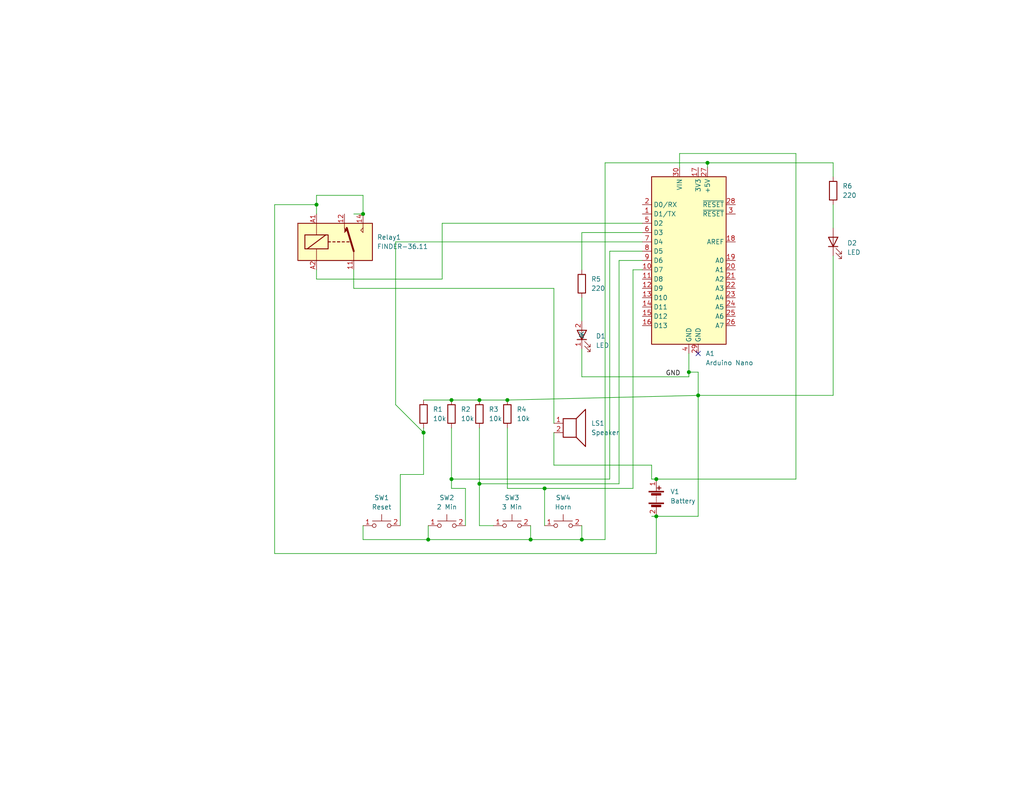
<source format=kicad_sch>
(kicad_sch (version 20230121) (generator eeschema)
  (paper "USLetter")
  (title_block (title "Sailing Start Sequence Timer Schematic") (rev "4") (company "Brian Zagalsky"))
  (lib_symbols
    (symbol "Device:Battery" (pin_names (offset 0) hide)
      (property "Reference" "BT" (at 2.54 2.54 0))
      (property "Value" "Battery" (at 2.54 0 0))
      (symbol "Battery_0_1"
        (rectangle (start -2.032 -1.397) (end 2.032 -1.651) (fill (type outline)))
        (rectangle (start -2.032 1.778) (end 2.032 1.524) (fill (type outline)))
        (rectangle (start -1.3208 -1.9812) (end 1.27 -2.4892) (fill (type outline)))
        (rectangle (start -1.3208 1.1938) (end 1.27 0.6858) (fill (type outline)))
        (polyline (pts (xy 0 -1.524) (xy 0 -1.27)))
        (polyline (pts (xy 0 -1.016) (xy 0 -0.762)))
        (polyline (pts (xy 0 -0.508) (xy 0 -0.254)))
        (polyline (pts (xy 0 0) (xy 0 0.254)))
        (polyline (pts (xy 0 0.508) (xy 0 0.762)))
        (polyline (pts (xy 0 1.778) (xy 0 2.54)))
        (polyline (pts (xy 0.254 2.667) (xy 1.27 2.667)) (stroke (width 0.254)))
        (polyline (pts (xy 0.762 3.175) (xy 0.762 2.159)) (stroke (width 0.254)))
      )
      (symbol "Battery_1_1"
        (pin passive line (at 0 5.08 270) (length 2.54) (name "+") (number "1"))
        (pin passive line (at 0 -5.08 90) (length 2.54) (name "-") (number "2"))
      )
    )
    (symbol "Device:LED" (pin_numbers hide) (pin_names (offset 1.016) hide)
      (property "Reference" "D" (at 0 2.54 0))
      (property "Value" "LED" (at 0 -2.54 0))
      (symbol "LED_0_1"
        (polyline (pts (xy -1.27 -1.27) (xy -1.27 1.27)) (stroke (width 0.254)))
        (polyline (pts (xy -1.27 0) (xy 1.27 0)))
        (polyline (pts (xy 1.27 -1.27) (xy 1.27 1.27) (xy -1.27 0) (xy 1.27 -1.27)) (stroke (width 0.254)))
        (polyline (pts (xy -3.048 -0.762) (xy -4.572 -2.286) (xy -3.81 -2.286) (xy -4.572 -2.286) (xy -4.572 -1.524)))
        (polyline (pts (xy -1.778 -0.762) (xy -3.302 -2.286) (xy -2.54 -2.286) (xy -3.302 -2.286) (xy -3.302 -1.524)))
      )
      (symbol "LED_1_1"
        (pin passive line (at -3.81 0 0) (length 2.54) (name "K") (number "1"))
        (pin passive line (at 3.81 0 180) (length 2.54) (name "A") (number "2"))
      )
    )
    (symbol "Device:R" (pin_numbers hide) (pin_names (offset 0))
      (property "Reference" "R" (at 2.032 0 90))
      (property "Value" "R" (at 0 0 90))
      (symbol "R_0_1"
        (rectangle (start -1.016 -2.54) (end 1.016 2.54) (stroke (width 0.254)))
      )
      (symbol "R_1_1"
        (pin passive line (at 0 3.81 270) (length 1.27) (name "~") (number "1"))
        (pin passive line (at 0 -3.81 90) (length 1.27) (name "~") (number "2"))
      )
    )
    (symbol "Device:Speaker" (pin_names (offset 0) hide)
      (property "Reference" "LS" (at 1.27 5.715 0))
      (property "Value" "Speaker" (at 1.27 3.81 0))
      (symbol "Speaker_0_0"
        (rectangle (start -2.54 1.27) (end 1.016 -3.81) (stroke (width 0.254)))
        (polyline (pts (xy 1.016 1.27) (xy 3.556 3.81) (xy 3.556 -6.35) (xy 1.016 -3.81)) (stroke (width 0.254)))
      )
      (symbol "Speaker_1_1"
        (pin input line (at -5.08 0 0) (length 2.54) (name "1") (number "1"))
        (pin input line (at -5.08 -2.54 0) (length 2.54) (name "2") (number "2"))
      )
    )
    (symbol "LED_1" (pin_names (offset 1.016))
      (property "Reference" "D" (at 0 2.54 0))
      (property "Value" "LED_1" (at 0 -2.54 0))
      (symbol "LED_1_0_1"
        (polyline (pts (xy -1.27 -1.27) (xy -1.27 1.27)) (stroke (width 0.254)))
        (polyline (pts (xy -1.27 0) (xy 1.27 0)))
        (polyline (pts (xy 1.27 -1.27) (xy 1.27 1.27) (xy -1.27 0) (xy 1.27 -1.27)) (stroke (width 0.254)))
        (polyline (pts (xy -3.048 -0.762) (xy -4.572 -2.286) (xy -3.81 -2.286) (xy -4.572 -2.286) (xy -4.572 -1.524)))
        (polyline (pts (xy -1.778 -0.762) (xy -3.302 -2.286) (xy -2.54 -2.286) (xy -3.302 -2.286) (xy -3.302 -1.524)))
      )
      (symbol "LED_1_1_1"
        (pin passive line (at -3.81 0 0) (length 2.54) (name "K") (number "1"))
        (pin passive line (at 3.81 0 180) (length 2.54) (name "A") (number "2"))
      )
    )
    (symbol "MCU_Module:Arduino_Nano_v3.x"
      (property "Reference" "A" (at -10.16 23.495 0))
      (property "Value" "Arduino_Nano_v3.x" (at 5.08 -24.13 0))
      (symbol "Arduino_Nano_v3.x_0_1"
        (rectangle (start -10.16 22.86) (end 10.16 -22.86) (stroke (width 0.254)) (fill (type background)))
      )
      (symbol "Arduino_Nano_v3.x_1_1"
        (pin bidirectional line (at -12.7 12.7 0) (length 2.54) (name "D1/TX") (number "1"))
        (pin bidirectional line (at -12.7 -2.54 0) (length 2.54) (name "D7") (number "10"))
        (pin bidirectional line (at -12.7 -5.08 0) (length 2.54) (name "D8") (number "11"))
        (pin bidirectional line (at -12.7 -7.62 0) (length 2.54) (name "D9") (number "12"))
        (pin bidirectional line (at -12.7 -10.16 0) (length 2.54) (name "D10") (number "13"))
        (pin bidirectional line (at -12.7 -12.7 0) (length 2.54) (name "D11") (number "14"))
        (pin bidirectional line (at -12.7 -15.24 0) (length 2.54) (name "D12") (number "15"))
        (pin bidirectional line (at -12.7 -17.78 0) (length 2.54) (name "D13") (number "16"))
        (pin power_out line (at 2.54 25.4 270) (length 2.54) (name "3V3") (number "17"))
        (pin input line (at 12.7 5.08 180) (length 2.54) (name "AREF") (number "18"))
        (pin bidirectional line (at 12.7 0 180) (length 2.54) (name "A0") (number "19"))
        (pin bidirectional line (at -12.7 15.24 0) (length 2.54) (name "D0/RX") (number "2"))
        (pin bidirectional line (at 12.7 -2.54 180) (length 2.54) (name "A1") (number "20"))
        (pin bidirectional line (at 12.7 -5.08 180) (length 2.54) (name "A2") (number "21"))
        (pin bidirectional line (at 12.7 -7.62 180) (length 2.54) (name "A3") (number "22"))
        (pin bidirectional line (at 12.7 -10.16 180) (length 2.54) (name "A4") (number "23"))
        (pin bidirectional line (at 12.7 -12.7 180) (length 2.54) (name "A5") (number "24"))
        (pin bidirectional line (at 12.7 -15.24 180) (length 2.54) (name "A6") (number "25"))
        (pin bidirectional line (at 12.7 -17.78 180) (length 2.54) (name "A7") (number "26"))
        (pin power_out line (at 5.08 25.4 270) (length 2.54) (name "+5V") (number "27"))
        (pin input line (at 12.7 15.24 180) (length 2.54) (name "~{RESET}") (number "28"))
        (pin power_in line (at 2.54 -25.4 90) (length 2.54) (name "GND") (number "29"))
        (pin input line (at 12.7 12.7 180) (length 2.54) (name "~{RESET}") (number "3"))
        (pin power_in line (at -2.54 25.4 270) (length 2.54) (name "VIN") (number "30"))
        (pin power_in line (at 0 -25.4 90) (length 2.54) (name "GND") (number "4"))
        (pin bidirectional line (at -12.7 10.16 0) (length 2.54) (name "D2") (number "5"))
        (pin bidirectional line (at -12.7 7.62 0) (length 2.54) (name "D3") (number "6"))
        (pin bidirectional line (at -12.7 5.08 0) (length 2.54) (name "D4") (number "7"))
        (pin bidirectional line (at -12.7 2.54 0) (length 2.54) (name "D5") (number "8"))
        (pin bidirectional line (at -12.7 0 0) (length 2.54) (name "D6") (number "9"))
      )
    )
    (symbol "Relay:FINDER-36.11"
      (property "Reference" "K" (at 11.43 3.81 0))
      (property "Value" "FINDER-36.11" (at 11.43 1.27 0))
      (symbol "FINDER-36.11_0_0"
        (polyline (pts (xy 2.54 3.81) (xy 2.54 5.08)))
        (polyline (pts (xy 7.62 3.81) (xy 7.62 5.08)))
        (polyline (pts (xy 7.62 3.81) (xy 7.62 2.54) (xy 6.985 3.175) (xy 7.62 3.81)))
      )
      (symbol "FINDER-36.11_0_1"
        (rectangle (start -10.16 5.08) (end 10.16 -5.08) (stroke (width 0.254)) (fill (type background)))
        (rectangle (start -8.255 1.905) (end -1.905 -1.905) (stroke (width 0.254)))
        (polyline (pts (xy -7.62 -1.905) (xy -2.54 1.905)) (stroke (width 0.254)))
        (polyline (pts (xy -5.08 -5.08) (xy -5.08 -1.905)))
        (polyline (pts (xy -5.08 5.08) (xy -5.08 1.905)))
        (polyline (pts (xy -1.905 0) (xy -1.27 0)) (stroke (width 0.254)))
        (polyline (pts (xy -0.635 0) (xy 0 0)) (stroke (width 0.254)))
        (polyline (pts (xy 0.635 0) (xy 1.27 0)) (stroke (width 0.254)))
        (polyline (pts (xy 0.635 0) (xy 1.27 0)) (stroke (width 0.254)))
        (polyline (pts (xy 1.905 0) (xy 2.54 0)) (stroke (width 0.254)))
        (polyline (pts (xy 3.175 0) (xy 3.81 0)) (stroke (width 0.254)))
        (polyline (pts (xy 5.08 -2.54) (xy 3.175 3.81)) (stroke (width 0.508)))
        (polyline (pts (xy 5.08 -2.54) (xy 5.08 -5.08)))
        (polyline (pts (xy 2.54 2.54) (xy 3.175 3.175) (xy 2.54 3.81)) (fill (type outline)))
      )
      (symbol "FINDER-36.11_1_1"
        (pin passive line (at 5.08 -7.62 90) (length 2.54) (name "~") (number "11"))
        (pin passive line (at 2.54 7.62 270) (length 2.54) (name "~") (number "12"))
        (pin passive line (at 7.62 7.62 270) (length 2.54) (name "~") (number "14"))
        (pin passive line (at -5.08 7.62 270) (length 2.54) (name "~") (number "A1"))
        (pin passive line (at -5.08 -7.62 90) (length 2.54) (name "~") (number "A2"))
      )
    )
    (symbol "SW_Push_1" (pin_names (offset 1.016) hide)
      (property "Reference" "SW" (at 1.27 2.54 0))
      (property "Value" "SW_Push_1" (at 0 -1.524 0))
      (symbol "SW_Push_1_0_1"
        (circle (center -2.032 0) (radius 0.508))
        (polyline (pts (xy 0 1.27) (xy 0 3.048)))
        (polyline (pts (xy 2.54 1.27) (xy -2.54 1.27)))
        (circle (center 2.032 0) (radius 0.508))
        (pin passive line (at -5.08 0 0) (length 2.54) (name "1") (number "1"))
        (pin passive line (at 5.08 0 180) (length 2.54) (name "2") (number "2"))
      )
    )
    (symbol "SW_Push_2" (pin_names (offset 1.016) hide)
      (property "Reference" "SW" (at 1.27 2.54 0))
      (property "Value" "SW_Push_2" (at 0 -1.524 0))
      (symbol "SW_Push_2_0_1"
        (circle (center -2.032 0) (radius 0.508))
        (polyline (pts (xy 0 1.27) (xy 0 3.048)))
        (polyline (pts (xy 2.54 1.27) (xy -2.54 1.27)))
        (circle (center 2.032 0) (radius 0.508))
        (pin passive line (at -5.08 0 0) (length 2.54) (name "1") (number "1"))
        (pin passive line (at 5.08 0 180) (length 2.54) (name "2") (number "2"))
      )
    )
    (symbol "SW_Push_3" (pin_names (offset 1.016) hide)
      (property "Reference" "SW" (at 1.27 2.54 0))
      (property "Value" "SW_Push_3" (at 0 -1.524 0))
      (symbol "SW_Push_3_0_1"
        (circle (center -2.032 0) (radius 0.508))
        (polyline (pts (xy 0 1.27) (xy 0 3.048)))
        (polyline (pts (xy 2.54 1.27) (xy -2.54 1.27)))
        (circle (center 2.032 0) (radius 0.508))
        (pin passive line (at -5.08 0 0) (length 2.54) (name "1") (number "1"))
        (pin passive line (at 5.08 0 180) (length 2.54) (name "2") (number "2"))
      )
    )
    (symbol "Switch:SW_Push" (pin_names (offset 1.016) hide)
      (property "Reference" "SW" (at 1.27 2.54 0))
      (property "Value" "SW_Push" (at 0 -1.524 0))
      (symbol "SW_Push_0_1"
        (circle (center -2.032 0) (radius 0.508))
        (polyline (pts (xy 0 1.27) (xy 0 3.048)))
        (polyline (pts (xy 2.54 1.27) (xy -2.54 1.27)))
        (circle (center 2.032 0) (radius 0.508))
        (pin passive line (at -5.08 0 0) (length 2.54) (name "1") (number "1"))
        (pin passive line (at 5.08 0 180) (length 2.54) (name "2") (number "2"))
      )
    )
  )
  (junction (at 130.81 132.08))
  (junction (at 86.36 55.88))
  (junction (at 99.06 58.42))
  (junction (at 179.07 130.81))
  (junction (at 193.04 44.45))
  (junction (at 130.81 109.22))
  (junction (at 148.59 133.35))
  (junction (at 123.19 109.22))
  (junction (at 144.78 147.32))
  (junction (at 115.57 118.11))
  (junction (at 158.75 147.32))
  (junction (at 187.96 101.6))
  (junction (at 123.19 130.81))
  (junction (at 179.07 140.97))
  (junction (at 116.84 147.32))
  (junction (at 138.43 109.22))
  (junction (at 190.5 107.95))
  (no_connect (at 190.5 96.52))
  (wire (pts (xy 217.17 130.81) (xy 217.17 41.91)))
  (wire (pts (xy 151.13 115.57) (xy 151.13 78.74)))
  (wire (pts (xy 123.19 130.81) (xy 123.19 133.35)))
  (wire (pts (xy 168.91 71.12) (xy 175.26 71.12)))
  (wire (pts (xy 86.36 55.88) (xy 74.93 55.88)))
  (wire (pts (xy 158.75 95.25) (xy 158.75 102.87)))
  (wire (pts (xy 99.06 53.34) (xy 99.06 58.42)))
  (wire (pts (xy 187.96 102.87) (xy 187.96 101.6)))
  (wire (pts (xy 193.04 44.45) (xy 193.04 45.72)))
  (wire (pts (xy 109.22 129.54) (xy 109.22 143.51)))
  (wire (pts (xy 127 133.35) (xy 127 143.51)))
  (wire (pts (xy 86.36 53.34) (xy 86.36 55.88)))
  (wire (pts (xy 120.65 60.96) (xy 175.26 60.96)))
  (wire (pts (xy 116.84 143.51) (xy 116.84 147.32)))
  (wire (pts (xy 227.33 44.45) (xy 193.04 44.45)))
  (wire (pts (xy 99.06 53.34) (xy 86.36 53.34)))
  (wire (pts (xy 86.36 55.88) (xy 86.36 58.42)))
  (wire (pts (xy 187.96 101.6) (xy 190.5 101.6)))
  (wire (pts (xy 130.81 109.22) (xy 138.43 109.22)))
  (wire (pts (xy 165.1 147.32) (xy 158.75 147.32)))
  (wire (pts (xy 115.57 118.11) (xy 115.57 129.54)))
  (wire (pts (xy 227.33 107.95) (xy 190.5 107.95)))
  (wire (pts (xy 172.72 73.66) (xy 175.26 73.66)))
  (wire (pts (xy 138.43 133.35) (xy 148.59 133.35)))
  (wire (pts (xy 96.52 58.42) (xy 99.06 58.42)))
  (wire (pts (xy 151.13 118.11) (xy 151.13 127)))
  (wire (pts (xy 165.1 44.45) (xy 165.1 147.32)))
  (wire (pts (xy 151.13 127) (xy 177.8 127)))
  (wire (pts (xy 115.57 129.54) (xy 109.22 129.54)))
  (wire (pts (xy 115.57 116.84) (xy 115.57 118.11)))
  (wire (pts (xy 165.1 44.45) (xy 193.04 44.45)))
  (wire (pts (xy 190.5 101.6) (xy 190.5 107.95)))
  (wire (pts (xy 168.91 71.12) (xy 168.91 132.08)))
  (wire (pts (xy 148.59 133.35) (xy 148.59 143.51)))
  (wire (pts (xy 175.26 63.5) (xy 158.75 63.5)))
  (wire (pts (xy 99.06 143.51) (xy 99.06 147.32)))
  (wire (pts (xy 130.81 116.84) (xy 130.81 132.08)))
  (wire (pts (xy 158.75 81.28) (xy 158.75 87.63)))
  (wire (pts (xy 130.81 132.08) (xy 130.81 143.51)))
  (wire (pts (xy 187.96 96.52) (xy 187.96 101.6)))
  (wire (pts (xy 166.37 68.58) (xy 175.26 68.58)))
  (wire (pts (xy 107.95 66.04) (xy 175.26 66.04)))
  (wire (pts (xy 107.95 66.04) (xy 107.95 110.49)))
  (wire (pts (xy 179.07 140.97) (xy 190.5 140.97)))
  (wire (pts (xy 115.57 109.22) (xy 123.19 109.22)))
  (wire (pts (xy 138.43 109.22) (xy 190.5 107.95)))
  (wire (pts (xy 158.75 147.32) (xy 144.78 147.32)))
  (wire (pts (xy 116.84 147.32) (xy 99.06 147.32)))
  (wire (pts (xy 130.81 132.08) (xy 168.91 132.08)))
  (wire (pts (xy 166.37 68.58) (xy 166.37 130.81)))
  (wire (pts (xy 227.33 55.88) (xy 227.33 62.23)))
  (wire (pts (xy 86.36 76.2) (xy 86.36 73.66)))
  (wire (pts (xy 74.93 151.13) (xy 179.07 151.13)))
  (wire (pts (xy 177.8 140.97) (xy 179.07 140.97)))
  (wire (pts (xy 148.59 133.35) (xy 172.72 133.35)))
  (wire (pts (xy 138.43 116.84) (xy 138.43 133.35)))
  (wire (pts (xy 144.78 143.51) (xy 144.78 147.32)))
  (wire (pts (xy 130.81 143.51) (xy 134.62 143.51)))
  (wire (pts (xy 227.33 48.26) (xy 227.33 44.45)))
  (wire (pts (xy 123.19 130.81) (xy 166.37 130.81)))
  (wire (pts (xy 179.07 151.13) (xy 179.07 140.97)))
  (wire (pts (xy 172.72 73.66) (xy 172.72 133.35)))
  (wire (pts (xy 123.19 133.35) (xy 127 133.35)))
  (wire (pts (xy 185.42 41.91) (xy 185.42 45.72)))
  (wire (pts (xy 158.75 63.5) (xy 158.75 73.66)))
  (wire (pts (xy 115.57 118.11) (xy 107.95 110.49)))
  (wire (pts (xy 177.8 127) (xy 177.8 130.81)))
  (wire (pts (xy 123.19 109.22) (xy 130.81 109.22)))
  (wire (pts (xy 144.78 147.32) (xy 116.84 147.32)))
  (wire (pts (xy 120.65 60.96) (xy 120.65 76.2)))
  (wire (pts (xy 96.52 78.74) (xy 151.13 78.74)))
  (wire (pts (xy 120.65 76.2) (xy 86.36 76.2)))
  (wire (pts (xy 96.52 73.66) (xy 96.52 78.74)))
  (wire (pts (xy 217.17 41.91) (xy 185.42 41.91)))
  (wire (pts (xy 179.07 130.81) (xy 217.17 130.81)))
  (wire (pts (xy 74.93 55.88) (xy 74.93 151.13)))
  (wire (pts (xy 158.75 143.51) (xy 158.75 147.32)))
  (wire (pts (xy 177.8 130.81) (xy 179.07 130.81)))
  (wire (pts (xy 227.33 69.85) (xy 227.33 107.95)))
  (wire (pts (xy 190.5 107.95) (xy 190.5 140.97)))
  (wire (pts (xy 123.19 116.84) (xy 123.19 130.81)))
  (wire (pts (xy 158.75 102.87) (xy 187.96 102.87)))
  (label "GND" (at 181.61 102.87 0))
  (symbol (lib_id "Device:Battery") (at 179.07 135.89 0) (unit 1)
    (property "Reference" "V1" (at 182.88 134.2389 0) (effects (justify left)))
    (property "Value" "Battery" (at 182.88 136.7789 0) (effects (justify left)))
    (property "Footprint" "Connector_Wago:Wago_734-132_1x02_P3.50mm_Vertical" (effects hide))
  )
  (symbol (lib_name "SW_Push_2") (lib_id "Switch:SW_Push") (at 153.67 143.51 0) (unit 1)
    (property "Reference" "SW4" (at 153.67 135.89 0))
    (property "Value" "Horn" (at 153.67 138.43 0))
    (property "Footprint" "Button_Switch_THT:SW_PUSH-12mm" (effects hide))
  )
  (symbol (lib_name "SW_Push_3") (lib_id "Switch:SW_Push") (at 121.92 143.51 0) (unit 1)
    (property "Reference" "SW2" (at 121.92 135.89 0))
    (property "Value" "2 Min" (at 121.92 138.43 0))
    (property "Footprint" "Button_Switch_THT:SW_PUSH-12mm" (effects hide))
  )
  (symbol (lib_id "Switch:SW_Push") (at 104.14 143.51 0) (unit 1)
    (property "Reference" "SW1" (at 104.14 135.89 0))
    (property "Value" "Reset" (at 104.14 138.43 0))
    (property "Footprint" "Button_Switch_THT:SW_PUSH-12mm" (effects hide))
  )
  (symbol (lib_id "Device:R") (at 158.75 77.47 0) (unit 1)
    (property "Reference" "R5" (at 161.29 76.1999 0) (effects (justify left)))
    (property "Value" "220" (at 161.29 78.7399 0) (effects (justify left)))
    (property "Footprint" "Resistor_THT:R_Axial_DIN0204_L3.6mm_D1.6mm_P7.62mm_Horizontal" (effects hide))
  )
  (symbol (lib_id "Device:R") (at 227.33 52.07 0) (unit 1)
    (property "Reference" "R6" (at 229.87 50.7999 0) (effects (justify left)))
    (property "Value" "220" (at 229.87 53.3399 0) (effects (justify left)))
    (property "Footprint" "Resistor_THT:R_Axial_DIN0204_L3.6mm_D1.6mm_P7.62mm_Horizontal" (effects hide))
  )
  (symbol (lib_name "SW_Push_1") (lib_id "Switch:SW_Push") (at 139.7 143.51 0) (unit 1)
    (property "Reference" "SW3" (at 139.7 135.89 0))
    (property "Value" "3 Min" (at 139.7 138.43 0))
    (property "Footprint" "Button_Switch_THT:SW_PUSH-12mm" (effects hide))
  )
  (symbol (lib_id "Device:R") (at 115.57 113.03 0) (unit 1)
    (property "Reference" "R1" (at 118.11 111.7599 0) (effects (justify left)))
    (property "Value" "10k" (at 118.11 114.2999 0) (effects (justify left)))
    (property "Footprint" "Resistor_THT:R_Axial_DIN0204_L3.6mm_D1.6mm_P7.62mm_Horizontal" (effects hide))
  )
  (symbol (lib_id "Device:R") (at 138.43 113.03 0) (unit 1)
    (property "Reference" "R4" (at 140.97 111.7599 0) (effects (justify left)))
    (property "Value" "10k" (at 140.97 114.2999 0) (effects (justify left)))
    (property "Footprint" "Resistor_THT:R_Axial_DIN0204_L3.6mm_D1.6mm_P7.62mm_Horizontal" (effects hide))
  )
  (symbol (lib_id "Device:LED") (at 227.33 66.04 90) (unit 1)
    (property "Reference" "D2" (at 231.14 66.3574 90) (effects (justify right)))
    (property "Value" "LED" (at 231.14 68.8974 90) (effects (justify right)))
    (property "Footprint" "LED_THT:LED_D3.0mm" (effects hide))
  )
  (symbol (lib_id "Device:R") (at 130.81 113.03 0) (unit 1)
    (property "Reference" "R3" (at 133.35 111.7599 0) (effects (justify left)))
    (property "Value" "10k" (at 133.35 114.2999 0) (effects (justify left)))
    (property "Footprint" "Resistor_THT:R_Axial_DIN0204_L3.6mm_D1.6mm_P7.62mm_Horizontal" (effects hide))
  )
  (symbol (lib_id "Device:Speaker") (at 156.21 115.57 0) (unit 1)
    (property "Reference" "LS1" (at 161.29 115.5699 0) (effects (justify left)))
    (property "Value" "Speaker" (at 161.29 118.1099 0) (effects (justify left)))
    (property "Footprint" "Connector_Wire:SolderWire-2.5sqmm_1x02_P7.2mm_D2.4mm_OD3.6mm" (effects hide))
  )
  (symbol (lib_id "Device:R") (at 123.19 113.03 0) (unit 1)
    (property "Reference" "R2" (at 125.73 111.7599 0) (effects (justify left)))
    (property "Value" "10k" (at 125.73 114.2999 0) (effects (justify left)))
    (property "Footprint" "Resistor_THT:R_Axial_DIN0204_L3.6mm_D1.6mm_P7.62mm_Horizontal" (effects hide))
  )
  (symbol (lib_id "Relay:FINDER-36.11") (at 91.44 66.04 0) (unit 1)
    (property "Reference" "Relay1" (at 102.87 64.7699 0) (effects (justify left)))
    (property "Value" "FINDER-36.11" (at 102.87 67.3099 0) (effects (justify left)))
    (property "Footprint" "Relay_THT:Relay_SPDT_Finder_36.11" (effects hide))
    (property "Datasheet" "https://gfinder.findernet.com/public/attachments/36/EN/S36EN.pdf" (effects hide))
  )
  (symbol (lib_id "MCU_Module:Arduino_Nano_v3.x") (at 187.96 71.12 0) (unit 1)
    (property "Reference" "A1" (at 192.5194 96.52 0) (effects (justify left)))
    (property "Value" "Arduino Nano" (at 192.5194 99.06 0) (effects (justify left)))
    (property "Footprint" "Module:Arduino_Nano" (effects hide))
    (property "Datasheet" "http://www.mouser.com/pdfdocs/Gravitech_Arduino_Nano3_0.pdf" (effects hide))
  )
  (symbol (lib_name "LED_1") (lib_id "Device:LED") (at 158.75 91.44 90) (unit 1)
    (property "Reference" "D1" (at 162.56 91.7574 90) (effects (justify right)))
    (property "Value" "LED" (at 162.56 94.2974 90) (effects (justify right)))
    (property "Footprint" "LED_THT:LED_D3.0mm" (effects hide))
  )
)
</source>
